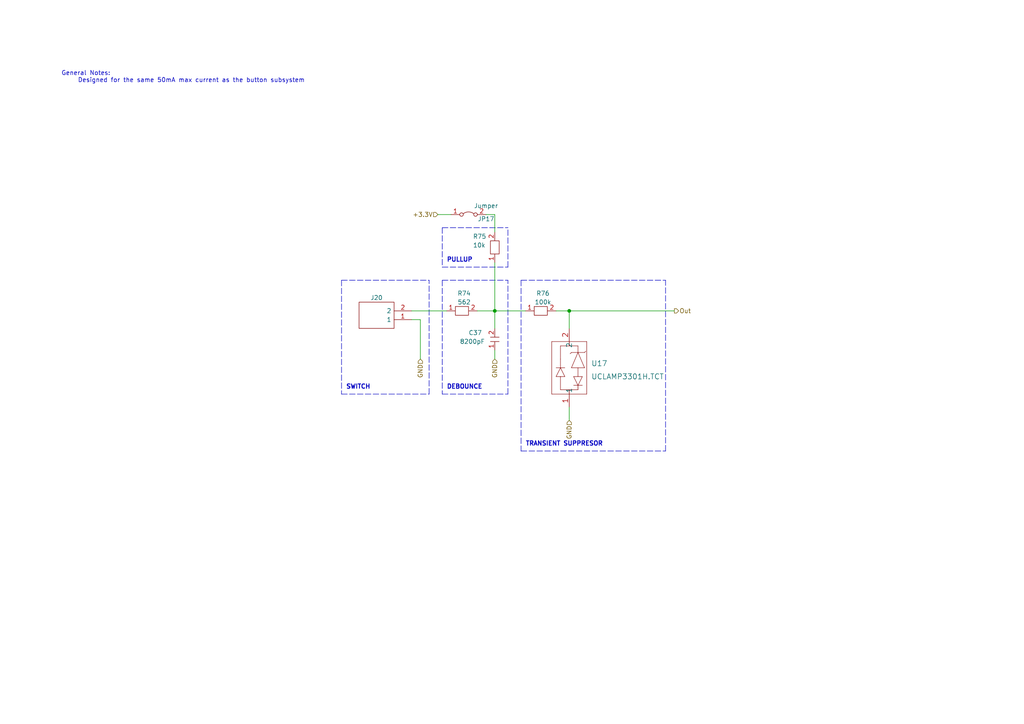
<source format=kicad_sch>
(kicad_sch (version 20211123) (generator eeschema)
  (paper "A4")
  (title_block (title "Limit Switch Subsystem") (company "The Great Gambit"))
  (lib_symbols
    (symbol "C1210C822K2RACAUTO:C1210C822K2RACAUTO" (pin_names (offset 0.762))
      (property "Reference" "C" (at 8.89 6.35 0))
      (property "Value" "C1210C822K2RACAUTO" (at 8.89 3.81 0))
      (symbol "C1210C822K2RACAUTO_0_0"
        (pin passive line (at 0 0 0) (length 2.45) (name "~") (number "1"))
        (pin passive line (at 6.35 0 180) (length 2.45) (name "~") (number "2"))
      )
      (symbol "C1210C822K2RACAUTO_0_1"
        (polyline (pts (xy 2.54 1.27) (xy 2.54 -1.27)) (stroke (width 0.1524)))
        (polyline (pts (xy 3.81 1.27) (xy 3.81 -1.27)) (stroke (width 0.1524)))
      )
    )
    (symbol "CR0402-FX-5620GLF:CR0402-FX-5620GLF" (pin_names (offset 0.762))
      (property "Reference" "R" (at 13.97 6.35 0))
      (property "Value" "CR0402-FX-5620GLF" (at 13.97 3.81 0))
      (symbol "CR0402-FX-5620GLF_0_0"
        (pin passive line (at 0 0 0) (length 2.45) (name "~") (number "1"))
        (pin passive line (at 8.89 0 180) (length 2.45) (name "~") (number "2"))
      )
      (symbol "CR0402-FX-5620GLF_0_1"
        (polyline (pts (xy 2.54 1.27) (xy 6.35 1.27) (xy 6.35 -1.27) (xy 2.54 -1.27) (xy 2.54 1.27)) (stroke (width 0.1524)))
      )
    )
    (symbol "OQ0212500000G:OQ0212500000G" (pin_names (offset 0.762))
      (property "Reference" "J" (at 16.51 7.62 0))
      (property "Value" "OQ0212500000G" (at 16.51 5.08 0))
      (symbol "OQ0212500000G_0_0"
        (pin passive line (at 0 0 0) (length 5.08) (name "1") (number "1"))
        (pin passive line (at 0 -2.54 0) (length 5.08) (name "2") (number "2"))
      )
      (symbol "OQ0212500000G_0_1"
        (polyline (pts (xy 5.08 2.54) (xy 15.24 2.54) (xy 15.24 -5.08) (xy 5.08 -5.08) (xy 5.08 2.54)) (stroke (width 0.1524)))
      )
    )
    (symbol "PH1-02-UA:PH1-02-UA"
      (property "Reference" "JP" (at 0 0 0))
      (property "Value" "PH1-02-UA" (at 0 0 0))
      (symbol "PH1-02-UA_0_0"
        (circle (center -2.032 2.54) (radius 0.508))
        (circle (center 2.032 2.54) (radius 0.508))
      )
      (symbol "PH1-02-UA_0_1"
        (arc (start 1.524 2.794) (mid 0 3.302) (end -1.524 2.794))
      )
      (symbol "PH1-02-UA_1_1"
        (pin passive line (at -5.08 2.54 0) (length 2.54) (name "") (number "1"))
        (pin passive line (at 5.08 2.54 180) (length 2.54) (name "") (number "2"))
      )
    )
    (symbol "RCV2512100KFKEGAT:RCV2512100KFKEGAT" (pin_names (offset 0.762))
      (property "Reference" "R" (at 13.97 6.35 0))
      (property "Value" "RCV2512100KFKEGAT" (at 13.97 3.81 0))
      (symbol "RCV2512100KFKEGAT_0_0"
        (pin passive line (at 0 0 0) (length 2.45) (name "~") (number "1"))
        (pin passive line (at 8.89 0 180) (length 2.45) (name "~") (number "2"))
      )
      (symbol "RCV2512100KFKEGAT_0_1"
        (polyline (pts (xy 2.54 1.27) (xy 6.35 1.27) (xy 6.35 -1.27) (xy 2.54 -1.27) (xy 2.54 1.27)) (stroke (width 0.1524)))
      )
    )
    (symbol "RMCF1206FT10K0:10k" (pin_names (offset 0.762))
      (property "Reference" "R" (at 13.97 6.35 0))
      (property "Value" "10k" (at 13.97 3.81 0))
      (symbol "10k_0_0"
        (pin passive line (at 0 0 0) (length 2.45) (name "~") (number "1"))
        (pin passive line (at 8.89 0 180) (length 2.45) (name "~") (number "2"))
      )
      (symbol "10k_0_1"
        (polyline (pts (xy 2.54 1.27) (xy 6.35 1.27) (xy 6.35 -1.27) (xy 2.54 -1.27) (xy 2.54 1.27)) (stroke (width 0.1524)))
      )
    )
    (symbol "UCLAMP3301H-TCT:UCLAMP3301H.TCT" (pin_names (offset 0.254))
      (property "Reference" "U" (at 20.32 10.16 0))
      (property "Value" "UCLAMP3301H.TCT" (at 20.32 7.62 0))
      (symbol "UCLAMP3301H.TCT_0_1"
        (polyline (pts (xy 12.7 0) (xy 13.97 0)))
        (polyline (pts (xy 13.97 -2.54) (xy 15.24 -2.54)))
        (polyline (pts (xy 27.94 0) (xy 26.67 0)))
      )
      (symbol "UCLAMP3301H.TCT_1_1"
        (polyline (pts (xy 12.7 -5.08) (xy 27.94 -5.08)) (stroke (width 0.127)))
        (polyline (pts (xy 12.7 5.08) (xy 12.7 -5.08)) (stroke (width 0.127)))
        (polyline (pts (xy 13.97 0) (xy 13.97 -2.54)) (stroke (width 0.127)))
        (polyline (pts (xy 13.97 0) (xy 13.97 2.54)) (stroke (width 0.127)))
        (polyline (pts (xy 13.97 2.54) (xy 17.78 2.54)) (stroke (width 0.127)))
        (polyline (pts (xy 15.24 -2.54) (xy 15.24 -3.81)) (stroke (width 0.127)))
        (polyline (pts (xy 15.24 -2.54) (xy 15.24 -1.27)) (stroke (width 0.127)))
        (polyline (pts (xy 15.24 -2.54) (xy 17.78 -1.27)) (stroke (width 0.127)))
        (polyline (pts (xy 17.78 -3.81) (xy 15.24 -2.54)) (stroke (width 0.127)))
        (polyline (pts (xy 17.78 -2.54) (xy 20.32 -2.54)) (stroke (width 0.127)))
        (polyline (pts (xy 17.78 -1.27) (xy 17.78 -3.81)) (stroke (width 0.127)))
        (polyline (pts (xy 17.78 1.27) (xy 20.32 2.54)) (stroke (width 0.127)))
        (polyline (pts (xy 17.78 2.54) (xy 17.78 1.27)) (stroke (width 0.127)))
        (polyline (pts (xy 17.78 2.54) (xy 17.78 3.81)) (stroke (width 0.127)))
        (polyline (pts (xy 17.78 3.81) (xy 20.32 2.54)) (stroke (width 0.127)))
        (polyline (pts (xy 20.32 -4.445) (xy 24.765 -2.54)) (stroke (width 0.127)))
        (polyline (pts (xy 20.32 -2.54) (xy 20.32 -4.445)) (stroke (width 0.127)))
        (polyline (pts (xy 20.32 -2.54) (xy 20.32 -0.635)) (stroke (width 0.127)))
        (polyline (pts (xy 20.32 -0.635) (xy 24.765 -2.54)) (stroke (width 0.127)))
        (polyline (pts (xy 20.32 2.54) (xy 20.32 1.27)) (stroke (width 0.127)))
        (polyline (pts (xy 20.32 2.54) (xy 20.32 3.81)) (stroke (width 0.127)))
        (polyline (pts (xy 20.32 2.54) (xy 22.86 2.54)) (stroke (width 0.127)))
        (polyline (pts (xy 24.765 -4.445) (xy 24.765 -0.635)) (stroke (width 0.127)))
        (polyline (pts (xy 24.765 -4.445) (xy 25.146 -4.826)) (stroke (width 0.127)))
        (polyline (pts (xy 24.765 -2.54) (xy 26.67 -2.54)) (stroke (width 0.127)))
        (polyline (pts (xy 24.765 -0.635) (xy 24.384 -0.254)) (stroke (width 0.127)))
        (polyline (pts (xy 26.67 0) (xy 26.67 -2.54)) (stroke (width 0.127)))
        (polyline (pts (xy 26.67 0) (xy 26.67 2.54)) (stroke (width 0.127)))
        (polyline (pts (xy 26.67 2.54) (xy 22.86 2.54)) (stroke (width 0.127)))
        (polyline (pts (xy 27.94 -5.08) (xy 27.94 5.08)) (stroke (width 0.127)))
        (polyline (pts (xy 27.94 5.08) (xy 12.7 5.08)) (stroke (width 0.127)))
        (pin passive line (at 8.89 0 0) (length 3.8) (name "1") (number "1"))
        (pin passive line (at 31.75 0 180) (length 3.8) (name "2") (number "2"))
      )
    )
  )
  (junction (at 165.1 90.17))
  (junction (at 143.51 90.17))
  (wire (pts (xy 119.38 90.17) (xy 129.54 90.17)))
  (polyline (pts (xy 99.06 114.3) (xy 124.46 114.3)))
  (polyline (pts (xy 128.27 81.28) (xy 128.27 114.3)))
  (wire (pts (xy 143.51 90.17) (xy 143.51 95.25)))
  (wire (pts (xy 138.43 90.17) (xy 143.51 90.17)))
  (wire (pts (xy 143.51 62.23) (xy 143.51 67.31)))
  (wire (pts (xy 165.1 90.17) (xy 195.58 90.17)))
  (polyline (pts (xy 151.13 130.81) (xy 193.04 130.81)))
  (wire (pts (xy 127 62.23) (xy 130.81 62.23)))
  (polyline (pts (xy 99.06 81.28) (xy 124.46 81.28)))
  (polyline (pts (xy 128.27 77.47) (xy 147.32 77.47)))
  (wire (pts (xy 143.51 90.17) (xy 152.4 90.17)))
  (polyline (pts (xy 99.06 81.28) (xy 99.06 114.3)))
  (polyline (pts (xy 147.32 77.47) (xy 147.32 66.04)))
  (wire (pts (xy 121.92 92.71) (xy 121.92 104.14)))
  (wire (pts (xy 165.1 118.11) (xy 165.1 121.92)))
  (polyline (pts (xy 151.13 81.28) (xy 151.13 130.81)))
  (polyline (pts (xy 128.27 114.3) (xy 147.32 114.3)))
  (polyline (pts (xy 147.32 114.3) (xy 147.32 81.28)))
  (polyline (pts (xy 128.27 66.04) (xy 128.27 77.47)))
  (polyline (pts (xy 128.27 66.04) (xy 147.32 66.04)))
  (wire (pts (xy 165.1 90.17) (xy 165.1 95.25)))
  (wire (pts (xy 119.38 92.71) (xy 121.92 92.71)))
  (polyline (pts (xy 151.13 81.28) (xy 193.04 81.28)))
  (polyline (pts (xy 193.04 130.81) (xy 193.04 81.28)))
  (polyline (pts (xy 124.46 114.3) (xy 124.46 81.28)))
  (wire (pts (xy 161.29 90.17) (xy 165.1 90.17)))
  (wire (pts (xy 143.51 101.6) (xy 143.51 104.14)))
  (wire (pts (xy 143.51 76.2) (xy 143.51 90.17)))
  (polyline (pts (xy 128.27 81.28) (xy 147.32 81.28)))
  (wire (pts (xy 140.97 62.23) (xy 143.51 62.23)))
  (text "DEBOUNCE" (at 129.54 113.03 0) (effects (font (size 1.27 1.27) bold) (justify left bottom)))
  (text "TRANSIENT SUPPRESOR" (at 152.4 129.54 0) (effects (font (size 1.27 1.27) bold) (justify left bottom)))
  (text "PULLUP" (at 129.54 76.2 0) (effects (font (size 1.27 1.27) bold) (justify left bottom)))
  (text "General Notes:\n	Designed for the same 50mA max current as the button subsystem" (at 17.78 24.13 0) (effects (font (size 1.27 1.27)) (justify left bottom)))
  (text "SWITCH" (at 100.33 113.03 0) (effects (font (size 1.27 1.27) (thickness 0.254) bold) (justify left bottom)))
  (hierarchical_label "+3.3V" (shape input) (at 127 62.23 180))
  (hierarchical_label "GND" (shape input) (at 121.92 104.14 270))
  (hierarchical_label "GND" (shape input) (at 143.51 104.14 270))
  (hierarchical_label "Out" (shape output) (at 195.58 90.17 0))
  (hierarchical_label "GND" (shape input) (at 165.1 121.92 270))
  (symbol (lib_id "OQ0212500000G:OQ0212500000G") (at 119.38 92.71 180) (unit 1)
    (property "Reference" "J20" (at 109.22 86.36 0))
    (property "Value" "OQ0212500000G" (effects hide))
    (property "Footprint" "OQ0212500000G:OQ0212500000G" (effects hide))
    (property "Datasheet" "https://datasheet.datasheetarchive.com/originals/distributors/DKDS-9/178262.pdf" (effects hide))
    (property "Digikey Part Number" "609-4981-ND" (effects hide))
    (property "Mouser Part Number" "649-220107-C021A01LF" (effects hide))
    (property "Digikey Link" "https://www.digikey.com/en/products/detail/amphenol-anytek/OQ0212500000G/4242016" (effects hide))
    (property "Mouser Link" "https://www.mouser.com/ProductDetail/Amphenol-Anytek/OQ0212500000G?qs=Mv7BduZupUhn3/Ke8nJdbQ%3D%3D" (effects hide))
    (property "Manufacturer's Part Number" "OQ0212500000G" (effects hide))
  )
  (symbol (lib_id "CR0402-FX-5620GLF:CR0402-FX-5620GLF") (at 129.54 90.17 0) (unit 1)
    (property "Reference" "R74" (at 134.62 85.09 0))
    (property "Value" "562" (at 134.62 87.63 0))
    (property "Footprint" "CR0402-FX-5620GLF:RESC1005X40N" (effects hide))
    (property "Datasheet" "https://componentsearchengine.com/Datasheets/1/CR0402-FX-5620GLF.pdf" (effects hide))
    (property "Manufacturer's Part Number" "CR0402-FX-5620GLF" (effects hide))
    (property "Digikey Part Number" "118-CR0402-FX-5620GLFCT-ND" (effects hide))
    (property "Mouser Part Number" "652-CR0402FX-5620GLF" (effects hide))
    (property "Digikey Link" "https://www.digikey.com/en/products/detail/bourns-inc/CR0402-FX-5620GLF/3783429?s=N4IgTCBcDaIAQGEBKAGALCsBaAYgDSwFYA2MFAcQBkcQBdAXyA" (effects hide))
    (property "Mouser Link" "https://www.mouser.com/ProductDetail/Bourns/CR0402-FX-5620GLF?qs=sGAEpiMZZMtlubZbdhIBIDfFWzqdPB9%252B4rUQL12%252Bb9s%3D" (effects hide))
  )
  (symbol (lib_id "RMCF1206FT10K0:10k") (at 143.51 76.2 90) (unit 1)
    (property "Reference" "R75" (at 137.16 68.58 90) (effects (justify right)))
    (property "Value" "10k" (at 137.16 71.12 90) (effects (justify right)))
    (property "Footprint" "RMCF1206FT10K0:RMCF1206FT10K0" (effects hide))
    (property "Datasheet" "https://www.seielect.com/catalog/sei-rmcf_rmcp.pdf" (effects hide))
    (property "Manufacturer's Part Number" "RMCF1206FT10K0" (effects hide))
    (property "Digikey Part Number" "RMCF1206FT10K0CT-ND" (effects hide))
    (property "Digikey Link" "https://www.digikey.com/en/products/detail/stackpole-electronics-inc/RMCF1206FT10K0/1759669" (effects hide))
  )
  (symbol (lib_id "RCV2512100KFKEGAT:RCV2512100KFKEGAT") (at 152.4 90.17 0) (unit 1)
    (property "Reference" "R76" (at 157.48 85.09 0))
    (property "Value" "100k" (at 157.48 87.63 0))
    (property "Footprint" "RCV2512100KFKEGAT:RESC6332X70N" (effects hide))
    (property "Datasheet" "https://www.vishay.com/docs/20082/rcvat-e3.pdf" (effects hide))
    (property "Manufacturer's Part Number" "RCV2512100KFKEGAT" (effects hide))
    (property "Digikey Part Number" "541-RCV2512100KFKEGATCT-ND" (effects hide))
    (property "Mouser Part Number" "71-RCV2512100KFKEGAT" (effects hide))
    (property "Digikey Link" "https://www.digikey.com/en/products/detail/vishay-dale/RCV2512100KFKEGAT/13985179?s=N4IgTCBcDaIEoGEBqYCsBGM6AM2DSAYngKIDiAggCoAEIAugL5A" (effects hide))
    (property "Mouser Link" "https://www.mouser.com/ProductDetail/Vishay-Draloric/RCV2512100KFKEGAT?qs=sGAEpiMZZMtlubZbdhIBIOK8YY79HZuiqCZ6uF64pjM%3D" (effects hide))
  )
  (symbol (lib_id "C1210C822K2RACAUTO:C1210C822K2RACAUTO") (at 143.51 101.6 90) (unit 1)
    (property "Reference" "C37" (at 135.89 96.52 90) (effects (justify right)))
    (property "Value" "8200pF" (at 133.35 99.06 90) (effects (justify right)))
    (property "Footprint" "C1210C822K2RACAUTO:CAPC3225X88N" (effects hide))
    (property "Datasheet" "https://content.kemet.com/datasheets/KEM_C1023_X7R_AUTO_SMD.pdf" (effects hide))
    (property "Manufacturer's Part Number" "C1210C822K2RACAUTO" (effects hide))
    (property "Digikey Part Number" "399-C1210C822K2RACAUTOCT-ND" (effects hide))
    (property "Mouser Part Number" "80-C1210C822K2RAUTO" (effects hide))
    (property "Digikey Link" "https://www.digikey.com/en/products/detail/kemet/C1210C822K2RACAUTO/16524786?s=N4IgTCBcDaIMIEYwIAxwBxjAaTAJQEE4CBVAFQHkACEAXQF8g" (effects hide))
    (property "Mouser Link" "https://www.mouser.com/ProductDetail/KEMET/C1210C822K2RACAUTO?qs=sGAEpiMZZMukHu%252BjC5l7YfRfrXj%2FJXIdfvr9FKYreLc%3D" (effects hide))
  )
  (symbol (lib_id "PH1-02-UA:PH1-02-UA") (at 135.89 64.77 0) (unit 1)
    (property "Reference" "JP17" (at 140.97 63.5 0))
    (property "Value" "Jumper" (at 140.97 59.69 0))
    (property "Footprint" "TestPoint:TestPoint_2Pads_Pitch2.54mm_Drill0.8mm" (effects hide))
    (property "Datasheet" "https://app.adam-tech.com/products/download/data_sheet/201605/ph1-xx-ua-data-sheet.pdf" (effects hide))
    (property "Digikey Part Number" "2057-PH1-02-UA-ND" (effects hide))
    (property "Digikey Link" "https://www.digikey.com/en/products/detail/adam-tech/PH1-02-UA/9830266?s=N4IgTCBcDa4AwFYDsBaACgCQIwrmFAqgIIoByAIiALoC%2BQA" (effects hide))
    (property "Manufacturer's Part Number" "PH1-02-UA" (effects hide))
  )
  (symbol (lib_id "UCLAMP3301H-TCT:UCLAMP3301H.TCT") (at 165.1 127 90) (unit 1)
    (property "Reference" "U17" (at 171.45 105.41 90) (effects (font (size 1.524 1.524)) (justify right)))
    (property "Value" "UCLAMP3301H.TCT" (at 171.45 109.22 90) (effects (font (size 1.524 1.524)) (justify right)))
    (property "Footprint" "UCLAMP3310H-TCT:UCLAMP3301H.TCT" (effects hide))
    (property "Datasheet" "https://semtech.my.salesforce.com/sfc/p/#E0000000JelG/a/44000000MDWf/s0KJxyOHQyYOcvBXVBK9X3X8Cxj1gNltZ2vd2k1S0Wo" (effects hide))
    (property "Digikey Part Number" "UCLAMP3301HDKR-ND" (effects hide))
    (property "Mouser Part Number" " 947-UCLAMP3301H.TCT " (effects hide))
    (property "Digikey Link" "https://www.digikey.com/en/products/detail/semtech-corporation/UCLAMP3301H-TCT/1000952" (effects hide))
    (property "Mouser Link" "https://www.mouser.com/ProductDetail/Semtech/UCLAMP3301H.TCT?qs=rBWM4%252BvDhIeimYmappCp5Q%3D%3D" (effects hide))
    (property "Manufacturer's Part Number" "UCLAMP3301H.TCT" (effects hide))
  )
)
</source>
